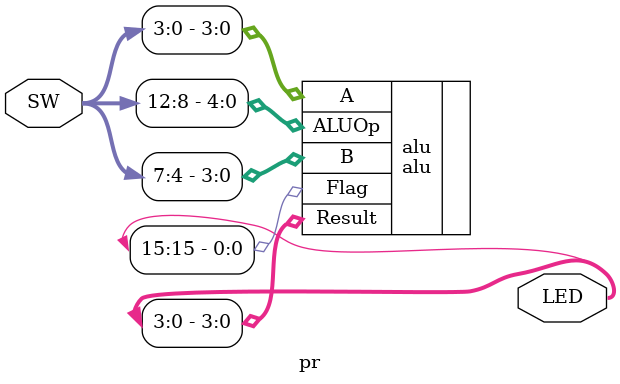
<source format=v>
`timescale 1ns / 1ps


module pr(
    input [15:0] SW,
    output [15:0] LED
    );
    alu alu(
    .A(SW[3:0]),
    .B(SW[7:4]),
    .ALUOp(SW[12:8]),
    .Result(LED[3:0]),
    .Flag(LED[15]));
endmodule

</source>
